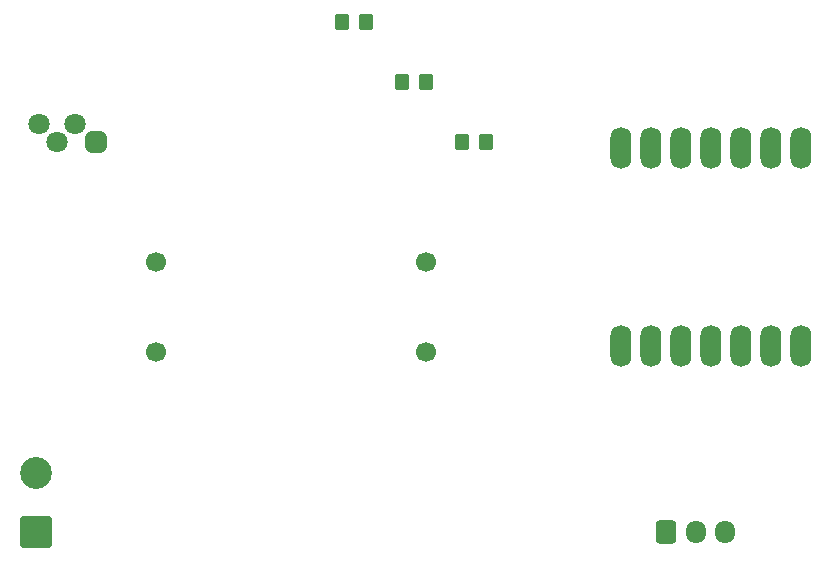
<source format=gbr>
%TF.GenerationSoftware,KiCad,Pcbnew,7.0.10*%
%TF.CreationDate,2024-02-04T14:41:23-08:00*%
%TF.ProjectId,514final,35313466-696e-4616-9c2e-6b696361645f,rev?*%
%TF.SameCoordinates,Original*%
%TF.FileFunction,Soldermask,Top*%
%TF.FilePolarity,Negative*%
%FSLAX46Y46*%
G04 Gerber Fmt 4.6, Leading zero omitted, Abs format (unit mm)*
G04 Created by KiCad (PCBNEW 7.0.10) date 2024-02-04 14:41:23*
%MOMM*%
%LPD*%
G01*
G04 APERTURE LIST*
G04 Aperture macros list*
%AMRoundRect*
0 Rectangle with rounded corners*
0 $1 Rounding radius*
0 $2 $3 $4 $5 $6 $7 $8 $9 X,Y pos of 4 corners*
0 Add a 4 corners polygon primitive as box body*
4,1,4,$2,$3,$4,$5,$6,$7,$8,$9,$2,$3,0*
0 Add four circle primitives for the rounded corners*
1,1,$1+$1,$2,$3*
1,1,$1+$1,$4,$5*
1,1,$1+$1,$6,$7*
1,1,$1+$1,$8,$9*
0 Add four rect primitives between the rounded corners*
20,1,$1+$1,$2,$3,$4,$5,0*
20,1,$1+$1,$4,$5,$6,$7,0*
20,1,$1+$1,$6,$7,$8,$9,0*
20,1,$1+$1,$8,$9,$2,$3,0*%
G04 Aperture macros list end*
%ADD10O,1.700000X1.950000*%
%ADD11RoundRect,0.250000X-0.600000X-0.725000X0.600000X-0.725000X0.600000X0.725000X-0.600000X0.725000X0*%
%ADD12RoundRect,0.250000X-0.350000X-0.450000X0.350000X-0.450000X0.350000X0.450000X-0.350000X0.450000X0*%
%ADD13C,1.800000*%
%ADD14RoundRect,0.450000X0.450000X0.450000X-0.450000X0.450000X-0.450000X-0.450000X0.450000X-0.450000X0*%
%ADD15RoundRect,0.250001X1.099999X-1.099999X1.099999X1.099999X-1.099999X1.099999X-1.099999X-1.099999X0*%
%ADD16C,2.700000*%
%ADD17C,1.700000*%
%ADD18O,1.778000X3.556000*%
G04 APERTURE END LIST*
D10*
%TO.C,SW1*%
X242530000Y-140970000D03*
X240030000Y-140970000D03*
D11*
X237530000Y-140970000D03*
%TD*%
D12*
%TO.C,R1*%
X220250000Y-107950000D03*
X222250000Y-107950000D03*
%TD*%
%TO.C,R3*%
X217170000Y-102870000D03*
X215170000Y-102870000D03*
%TD*%
%TO.C,R2*%
X212090000Y-97790000D03*
X210090000Y-97790000D03*
%TD*%
D13*
%TO.C,D1*%
X184404000Y-106426000D03*
X185928000Y-107950000D03*
X187452000Y-106426000D03*
D14*
X189230000Y-107950000D03*
%TD*%
D15*
%TO.C,BT1*%
X184150000Y-140970000D03*
D16*
X184150000Y-135970000D03*
%TD*%
D17*
%TO.C,M1*%
X194310000Y-118110000D03*
X194310000Y-125730000D03*
X217170000Y-125730000D03*
X217170000Y-118110000D03*
%TD*%
D18*
%TO.C,U1*%
X248920000Y-125222000D03*
X246380000Y-125222000D03*
X243840000Y-125222000D03*
X241300000Y-125222000D03*
X238760000Y-125222000D03*
X236220000Y-125222000D03*
X233680000Y-125222000D03*
X248920000Y-108458000D03*
X246380000Y-108458000D03*
X243840000Y-108458000D03*
X241300000Y-108458000D03*
X238760000Y-108458000D03*
X236220000Y-108458000D03*
X233680000Y-108458000D03*
%TD*%
M02*

</source>
